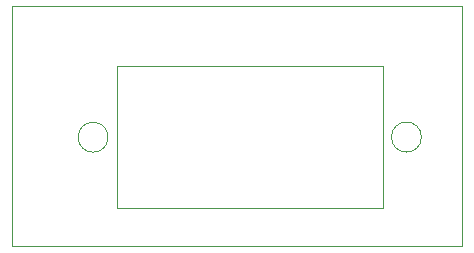
<source format=gbr>
%TF.GenerationSoftware,KiCad,Pcbnew,7.0.5*%
%TF.CreationDate,2024-12-07T14:54:08-05:00*%
%TF.ProjectId,servo_cutout,73657276-6f5f-4637-9574-6f75742e6b69,rev?*%
%TF.SameCoordinates,Original*%
%TF.FileFunction,Profile,NP*%
%FSLAX46Y46*%
G04 Gerber Fmt 4.6, Leading zero omitted, Abs format (unit mm)*
G04 Created by KiCad (PCBNEW 7.0.5) date 2024-12-07 14:54:08*
%MOMM*%
%LPD*%
G01*
G04 APERTURE LIST*
%TA.AperFunction,Profile*%
%ADD10C,0.100000*%
%TD*%
%TA.AperFunction,Profile*%
%ADD11C,0.050000*%
%TD*%
G04 APERTURE END LIST*
D10*
X40640000Y-2540000D02*
X40640000Y-22860000D01*
X2540000Y-2540000D02*
X40640000Y-2540000D01*
X2540000Y-22860000D02*
X2540000Y-2540000D01*
X40640000Y-22860000D02*
X2540000Y-22860000D01*
D11*
%TO.C,REF\u002A\u002A*%
X11430000Y-7620000D02*
X33930000Y-7620000D01*
X33930000Y-7620000D02*
X33930000Y-19620000D01*
X33930000Y-19620000D02*
X11430000Y-19620000D01*
X11430000Y-19620000D02*
X11430000Y-7620000D01*
X10678894Y-13617692D02*
G75*
G03*
X10678894Y-13617692I-1265353J0D01*
G01*
X37211819Y-13605807D02*
G75*
G03*
X37211819Y-13605807I-1265353J0D01*
G01*
%TD*%
M02*

</source>
